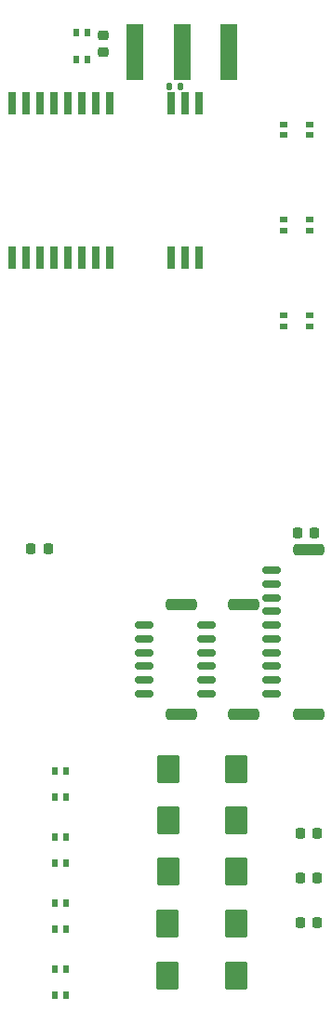
<source format=gbr>
%TF.GenerationSoftware,KiCad,Pcbnew,(6.0.1)*%
%TF.CreationDate,2022-09-22T22:29:04+02:00*%
%TF.ProjectId,kp-ptr,6b702d70-7472-42e6-9b69-6361645f7063,rev?*%
%TF.SameCoordinates,Original*%
%TF.FileFunction,Paste,Bot*%
%TF.FilePolarity,Positive*%
%FSLAX46Y46*%
G04 Gerber Fmt 4.6, Leading zero omitted, Abs format (unit mm)*
G04 Created by KiCad (PCBNEW (6.0.1)) date 2022-09-22 22:29:04*
%MOMM*%
%LPD*%
G01*
G04 APERTURE LIST*
G04 Aperture macros list*
%AMRoundRect*
0 Rectangle with rounded corners*
0 $1 Rounding radius*
0 $2 $3 $4 $5 $6 $7 $8 $9 X,Y pos of 4 corners*
0 Add a 4 corners polygon primitive as box body*
4,1,4,$2,$3,$4,$5,$6,$7,$8,$9,$2,$3,0*
0 Add four circle primitives for the rounded corners*
1,1,$1+$1,$2,$3*
1,1,$1+$1,$4,$5*
1,1,$1+$1,$6,$7*
1,1,$1+$1,$8,$9*
0 Add four rect primitives between the rounded corners*
20,1,$1+$1,$2,$3,$4,$5,0*
20,1,$1+$1,$4,$5,$6,$7,0*
20,1,$1+$1,$6,$7,$8,$9,0*
20,1,$1+$1,$8,$9,$2,$3,0*%
G04 Aperture macros list end*
%ADD10RoundRect,0.250000X0.787500X1.025000X-0.787500X1.025000X-0.787500X-1.025000X0.787500X-1.025000X0*%
%ADD11R,0.800000X2.000000*%
%ADD12RoundRect,0.150000X0.700000X-0.150000X0.700000X0.150000X-0.700000X0.150000X-0.700000X-0.150000X0*%
%ADD13RoundRect,0.250000X1.150000X-0.250000X1.150000X0.250000X-1.150000X0.250000X-1.150000X-0.250000X0*%
%ADD14R,0.736600X0.609600*%
%ADD15R,1.500000X5.080000*%
%ADD16R,0.609600X0.736600*%
%ADD17RoundRect,0.218750X0.218750X0.256250X-0.218750X0.256250X-0.218750X-0.256250X0.218750X-0.256250X0*%
%ADD18RoundRect,0.218750X-0.256250X0.218750X-0.256250X-0.218750X0.256250X-0.218750X0.256250X0.218750X0*%
%ADD19RoundRect,0.218750X-0.218750X-0.256250X0.218750X-0.256250X0.218750X0.256250X-0.218750X0.256250X0*%
%ADD20RoundRect,0.147500X-0.147500X-0.172500X0.147500X-0.172500X0.147500X0.172500X-0.147500X0.172500X0*%
G04 APERTURE END LIST*
D10*
%TO.C,C38*%
X163792900Y-113893600D03*
X157567900Y-113893600D03*
%TD*%
%TO.C,C59*%
X163843700Y-109169200D03*
X157618700Y-109169200D03*
%TD*%
D11*
%TO.C,IC2*%
X160434800Y-53278800D03*
X159164800Y-53278800D03*
X157894800Y-53278800D03*
X152324800Y-53278800D03*
X151054800Y-53278800D03*
X149784800Y-53278800D03*
X148514800Y-53278800D03*
X147244800Y-53278800D03*
X145974800Y-53278800D03*
X144704800Y-53278800D03*
X143434800Y-53278800D03*
X143434800Y-39278800D03*
X144704800Y-39278800D03*
X145974800Y-39278800D03*
X147244800Y-39278800D03*
X148514800Y-39278800D03*
X149784800Y-39278800D03*
X151054800Y-39278800D03*
X152324800Y-39278800D03*
X157894800Y-39278800D03*
X159164800Y-39278800D03*
X160434800Y-39278800D03*
%TD*%
D12*
%TO.C,J6*%
X167050000Y-93001000D03*
X167050000Y-91751000D03*
X167050000Y-90501000D03*
X167050000Y-89251000D03*
X167050000Y-88001000D03*
X167050000Y-86751000D03*
X167050000Y-85501000D03*
X167050000Y-84251000D03*
X167050000Y-83001000D03*
X167050000Y-81751000D03*
D13*
X170400000Y-79901000D03*
X170400000Y-94851000D03*
%TD*%
D10*
%TO.C,C66*%
X163792900Y-118618000D03*
X157567900Y-118618000D03*
%TD*%
D14*
%TO.C,D12*%
X170484800Y-41156001D03*
X170484800Y-42155999D03*
X168097200Y-42155999D03*
X168097200Y-41156001D03*
%TD*%
D15*
%TO.C,J5*%
X158877000Y-34594800D03*
X163127000Y-34594800D03*
X154627000Y-34594800D03*
%TD*%
D10*
%TO.C,C60*%
X163843700Y-104495600D03*
X157618700Y-104495600D03*
%TD*%
D16*
%TO.C,D13*%
X149258401Y-32842200D03*
X150258399Y-32842200D03*
X150258399Y-35229800D03*
X149258401Y-35229800D03*
%TD*%
D12*
%TO.C,J9*%
X161150000Y-93001000D03*
X161150000Y-91751000D03*
X161150000Y-90501000D03*
X161150000Y-89251000D03*
X161150000Y-88001000D03*
X161150000Y-86751000D03*
D13*
X164500000Y-84901000D03*
X164500000Y-94851000D03*
%TD*%
D17*
%TO.C,D7*%
X171221500Y-105714800D03*
X169646500Y-105714800D03*
%TD*%
D18*
%TO.C,D9*%
X151688800Y-33045300D03*
X151688800Y-34620300D03*
%TD*%
D19*
%TO.C,D1*%
X145135500Y-79756000D03*
X146710500Y-79756000D03*
%TD*%
D16*
%TO.C,D17*%
X148327999Y-108415666D03*
X147328001Y-108415666D03*
X147328001Y-106028066D03*
X148327999Y-106028066D03*
%TD*%
%TO.C,D16*%
X148327999Y-102387400D03*
X147328001Y-102387400D03*
X147328001Y-99999800D03*
X148327999Y-99999800D03*
%TD*%
D12*
%TO.C,J8*%
X155450000Y-93001000D03*
X155450000Y-91751000D03*
X155450000Y-90501000D03*
X155450000Y-89251000D03*
X155450000Y-88001000D03*
X155450000Y-86751000D03*
D13*
X158800000Y-84901000D03*
X158800000Y-94851000D03*
%TD*%
D10*
%TO.C,C61*%
X163843700Y-99822000D03*
X157618700Y-99822000D03*
%TD*%
D20*
%TO.C,D8*%
X157757000Y-37693600D03*
X158727000Y-37693600D03*
%TD*%
D14*
%TO.C,D10*%
X170484800Y-58555001D03*
X170484800Y-59554999D03*
X168097200Y-59554999D03*
X168097200Y-58555001D03*
%TD*%
D16*
%TO.C,D18*%
X148327999Y-114443932D03*
X147328001Y-114443932D03*
X147328001Y-112056332D03*
X148327999Y-112056332D03*
%TD*%
D14*
%TO.C,D11*%
X170484800Y-49855501D03*
X170484800Y-50855499D03*
X168097200Y-50855499D03*
X168097200Y-49855501D03*
%TD*%
D17*
%TO.C,D5*%
X171221500Y-113842800D03*
X169646500Y-113842800D03*
%TD*%
%TO.C,D15*%
X170967500Y-78359000D03*
X169392500Y-78359000D03*
%TD*%
D16*
%TO.C,D19*%
X148327999Y-120472200D03*
X147328001Y-120472200D03*
X147328001Y-118084600D03*
X148327999Y-118084600D03*
%TD*%
D17*
%TO.C,D6*%
X171221500Y-109778800D03*
X169646500Y-109778800D03*
%TD*%
M02*

</source>
